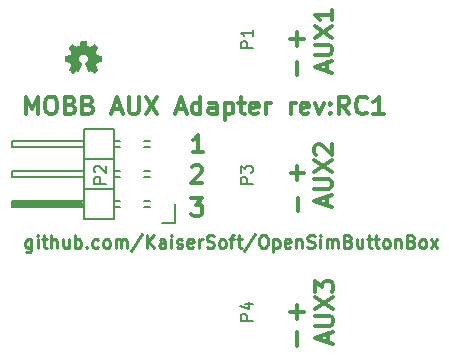
<source format=gbr>
G04 #@! TF.FileFunction,Legend,Top*
%FSLAX46Y46*%
G04 Gerber Fmt 4.6, Leading zero omitted, Abs format (unit mm)*
G04 Created by KiCad (PCBNEW 4.0.4-stable) date 12/10/16 19:05:05*
%MOMM*%
%LPD*%
G01*
G04 APERTURE LIST*
%ADD10C,0.100000*%
%ADD11C,0.275000*%
%ADD12C,0.300000*%
%ADD13C,0.150000*%
%ADD14C,0.002540*%
G04 APERTURE END LIST*
D10*
D11*
X232733333Y-145964286D02*
X232733333Y-146854762D01*
X232680952Y-146959524D01*
X232628571Y-147011905D01*
X232523810Y-147064286D01*
X232366667Y-147064286D01*
X232261905Y-147011905D01*
X232733333Y-146645238D02*
X232628571Y-146697619D01*
X232419048Y-146697619D01*
X232314286Y-146645238D01*
X232261905Y-146592857D01*
X232209524Y-146488095D01*
X232209524Y-146173810D01*
X232261905Y-146069048D01*
X232314286Y-146016667D01*
X232419048Y-145964286D01*
X232628571Y-145964286D01*
X232733333Y-146016667D01*
X233257143Y-146697619D02*
X233257143Y-145964286D01*
X233257143Y-145597619D02*
X233204762Y-145650000D01*
X233257143Y-145702381D01*
X233309524Y-145650000D01*
X233257143Y-145597619D01*
X233257143Y-145702381D01*
X233623810Y-145964286D02*
X234042858Y-145964286D01*
X233780953Y-145597619D02*
X233780953Y-146540476D01*
X233833334Y-146645238D01*
X233938096Y-146697619D01*
X234042858Y-146697619D01*
X234409524Y-146697619D02*
X234409524Y-145597619D01*
X234880952Y-146697619D02*
X234880952Y-146121429D01*
X234828571Y-146016667D01*
X234723809Y-145964286D01*
X234566667Y-145964286D01*
X234461905Y-146016667D01*
X234409524Y-146069048D01*
X235876190Y-145964286D02*
X235876190Y-146697619D01*
X235404762Y-145964286D02*
X235404762Y-146540476D01*
X235457143Y-146645238D01*
X235561905Y-146697619D01*
X235719047Y-146697619D01*
X235823809Y-146645238D01*
X235876190Y-146592857D01*
X236400000Y-146697619D02*
X236400000Y-145597619D01*
X236400000Y-146016667D02*
X236504762Y-145964286D01*
X236714285Y-145964286D01*
X236819047Y-146016667D01*
X236871428Y-146069048D01*
X236923809Y-146173810D01*
X236923809Y-146488095D01*
X236871428Y-146592857D01*
X236819047Y-146645238D01*
X236714285Y-146697619D01*
X236504762Y-146697619D01*
X236400000Y-146645238D01*
X237395238Y-146592857D02*
X237447619Y-146645238D01*
X237395238Y-146697619D01*
X237342857Y-146645238D01*
X237395238Y-146592857D01*
X237395238Y-146697619D01*
X238390476Y-146645238D02*
X238285714Y-146697619D01*
X238076191Y-146697619D01*
X237971429Y-146645238D01*
X237919048Y-146592857D01*
X237866667Y-146488095D01*
X237866667Y-146173810D01*
X237919048Y-146069048D01*
X237971429Y-146016667D01*
X238076191Y-145964286D01*
X238285714Y-145964286D01*
X238390476Y-146016667D01*
X239019048Y-146697619D02*
X238914286Y-146645238D01*
X238861905Y-146592857D01*
X238809524Y-146488095D01*
X238809524Y-146173810D01*
X238861905Y-146069048D01*
X238914286Y-146016667D01*
X239019048Y-145964286D01*
X239176190Y-145964286D01*
X239280952Y-146016667D01*
X239333333Y-146069048D01*
X239385714Y-146173810D01*
X239385714Y-146488095D01*
X239333333Y-146592857D01*
X239280952Y-146645238D01*
X239176190Y-146697619D01*
X239019048Y-146697619D01*
X239857143Y-146697619D02*
X239857143Y-145964286D01*
X239857143Y-146069048D02*
X239909524Y-146016667D01*
X240014286Y-145964286D01*
X240171428Y-145964286D01*
X240276190Y-146016667D01*
X240328571Y-146121429D01*
X240328571Y-146697619D01*
X240328571Y-146121429D02*
X240380952Y-146016667D01*
X240485714Y-145964286D01*
X240642857Y-145964286D01*
X240747619Y-146016667D01*
X240800000Y-146121429D01*
X240800000Y-146697619D01*
X242109524Y-145545238D02*
X241166667Y-146959524D01*
X242476191Y-146697619D02*
X242476191Y-145597619D01*
X243104762Y-146697619D02*
X242633334Y-146069048D01*
X243104762Y-145597619D02*
X242476191Y-146226190D01*
X244047619Y-146697619D02*
X244047619Y-146121429D01*
X243995238Y-146016667D01*
X243890476Y-145964286D01*
X243680953Y-145964286D01*
X243576191Y-146016667D01*
X244047619Y-146645238D02*
X243942857Y-146697619D01*
X243680953Y-146697619D01*
X243576191Y-146645238D01*
X243523810Y-146540476D01*
X243523810Y-146435714D01*
X243576191Y-146330952D01*
X243680953Y-146278571D01*
X243942857Y-146278571D01*
X244047619Y-146226190D01*
X244571429Y-146697619D02*
X244571429Y-145964286D01*
X244571429Y-145597619D02*
X244519048Y-145650000D01*
X244571429Y-145702381D01*
X244623810Y-145650000D01*
X244571429Y-145597619D01*
X244571429Y-145702381D01*
X245042858Y-146645238D02*
X245147620Y-146697619D01*
X245357144Y-146697619D01*
X245461905Y-146645238D01*
X245514286Y-146540476D01*
X245514286Y-146488095D01*
X245461905Y-146383333D01*
X245357144Y-146330952D01*
X245200001Y-146330952D01*
X245095239Y-146278571D01*
X245042858Y-146173810D01*
X245042858Y-146121429D01*
X245095239Y-146016667D01*
X245200001Y-145964286D01*
X245357144Y-145964286D01*
X245461905Y-146016667D01*
X246404762Y-146645238D02*
X246300000Y-146697619D01*
X246090477Y-146697619D01*
X245985715Y-146645238D01*
X245933334Y-146540476D01*
X245933334Y-146121429D01*
X245985715Y-146016667D01*
X246090477Y-145964286D01*
X246300000Y-145964286D01*
X246404762Y-146016667D01*
X246457143Y-146121429D01*
X246457143Y-146226190D01*
X245933334Y-146330952D01*
X246928572Y-146697619D02*
X246928572Y-145964286D01*
X246928572Y-146173810D02*
X246980953Y-146069048D01*
X247033334Y-146016667D01*
X247138096Y-145964286D01*
X247242857Y-145964286D01*
X247557143Y-146645238D02*
X247714286Y-146697619D01*
X247976190Y-146697619D01*
X248080952Y-146645238D01*
X248133333Y-146592857D01*
X248185714Y-146488095D01*
X248185714Y-146383333D01*
X248133333Y-146278571D01*
X248080952Y-146226190D01*
X247976190Y-146173810D01*
X247766667Y-146121429D01*
X247661905Y-146069048D01*
X247609524Y-146016667D01*
X247557143Y-145911905D01*
X247557143Y-145807143D01*
X247609524Y-145702381D01*
X247661905Y-145650000D01*
X247766667Y-145597619D01*
X248028571Y-145597619D01*
X248185714Y-145650000D01*
X248814286Y-146697619D02*
X248709524Y-146645238D01*
X248657143Y-146592857D01*
X248604762Y-146488095D01*
X248604762Y-146173810D01*
X248657143Y-146069048D01*
X248709524Y-146016667D01*
X248814286Y-145964286D01*
X248971428Y-145964286D01*
X249076190Y-146016667D01*
X249128571Y-146069048D01*
X249180952Y-146173810D01*
X249180952Y-146488095D01*
X249128571Y-146592857D01*
X249076190Y-146645238D01*
X248971428Y-146697619D01*
X248814286Y-146697619D01*
X249495238Y-145964286D02*
X249914286Y-145964286D01*
X249652381Y-146697619D02*
X249652381Y-145754762D01*
X249704762Y-145650000D01*
X249809524Y-145597619D01*
X249914286Y-145597619D01*
X250123809Y-145964286D02*
X250542857Y-145964286D01*
X250280952Y-145597619D02*
X250280952Y-146540476D01*
X250333333Y-146645238D01*
X250438095Y-146697619D01*
X250542857Y-146697619D01*
X251695237Y-145545238D02*
X250752380Y-146959524D01*
X252271428Y-145597619D02*
X252480951Y-145597619D01*
X252585713Y-145650000D01*
X252690475Y-145754762D01*
X252742856Y-145964286D01*
X252742856Y-146330952D01*
X252690475Y-146540476D01*
X252585713Y-146645238D01*
X252480951Y-146697619D01*
X252271428Y-146697619D01*
X252166666Y-146645238D01*
X252061904Y-146540476D01*
X252009523Y-146330952D01*
X252009523Y-145964286D01*
X252061904Y-145754762D01*
X252166666Y-145650000D01*
X252271428Y-145597619D01*
X253214285Y-145964286D02*
X253214285Y-147064286D01*
X253214285Y-146016667D02*
X253319047Y-145964286D01*
X253528570Y-145964286D01*
X253633332Y-146016667D01*
X253685713Y-146069048D01*
X253738094Y-146173810D01*
X253738094Y-146488095D01*
X253685713Y-146592857D01*
X253633332Y-146645238D01*
X253528570Y-146697619D01*
X253319047Y-146697619D01*
X253214285Y-146645238D01*
X254628570Y-146645238D02*
X254523808Y-146697619D01*
X254314285Y-146697619D01*
X254209523Y-146645238D01*
X254157142Y-146540476D01*
X254157142Y-146121429D01*
X254209523Y-146016667D01*
X254314285Y-145964286D01*
X254523808Y-145964286D01*
X254628570Y-146016667D01*
X254680951Y-146121429D01*
X254680951Y-146226190D01*
X254157142Y-146330952D01*
X255152380Y-145964286D02*
X255152380Y-146697619D01*
X255152380Y-146069048D02*
X255204761Y-146016667D01*
X255309523Y-145964286D01*
X255466665Y-145964286D01*
X255571427Y-146016667D01*
X255623808Y-146121429D01*
X255623808Y-146697619D01*
X256095237Y-146645238D02*
X256252380Y-146697619D01*
X256514284Y-146697619D01*
X256619046Y-146645238D01*
X256671427Y-146592857D01*
X256723808Y-146488095D01*
X256723808Y-146383333D01*
X256671427Y-146278571D01*
X256619046Y-146226190D01*
X256514284Y-146173810D01*
X256304761Y-146121429D01*
X256199999Y-146069048D01*
X256147618Y-146016667D01*
X256095237Y-145911905D01*
X256095237Y-145807143D01*
X256147618Y-145702381D01*
X256199999Y-145650000D01*
X256304761Y-145597619D01*
X256566665Y-145597619D01*
X256723808Y-145650000D01*
X257195237Y-146697619D02*
X257195237Y-145964286D01*
X257195237Y-145597619D02*
X257142856Y-145650000D01*
X257195237Y-145702381D01*
X257247618Y-145650000D01*
X257195237Y-145597619D01*
X257195237Y-145702381D01*
X257719047Y-146697619D02*
X257719047Y-145964286D01*
X257719047Y-146069048D02*
X257771428Y-146016667D01*
X257876190Y-145964286D01*
X258033332Y-145964286D01*
X258138094Y-146016667D01*
X258190475Y-146121429D01*
X258190475Y-146697619D01*
X258190475Y-146121429D02*
X258242856Y-146016667D01*
X258347618Y-145964286D01*
X258504761Y-145964286D01*
X258609523Y-146016667D01*
X258661904Y-146121429D01*
X258661904Y-146697619D01*
X259552380Y-146121429D02*
X259709523Y-146173810D01*
X259761904Y-146226190D01*
X259814285Y-146330952D01*
X259814285Y-146488095D01*
X259761904Y-146592857D01*
X259709523Y-146645238D01*
X259604761Y-146697619D01*
X259185714Y-146697619D01*
X259185714Y-145597619D01*
X259552380Y-145597619D01*
X259657142Y-145650000D01*
X259709523Y-145702381D01*
X259761904Y-145807143D01*
X259761904Y-145911905D01*
X259709523Y-146016667D01*
X259657142Y-146069048D01*
X259552380Y-146121429D01*
X259185714Y-146121429D01*
X260757142Y-145964286D02*
X260757142Y-146697619D01*
X260285714Y-145964286D02*
X260285714Y-146540476D01*
X260338095Y-146645238D01*
X260442857Y-146697619D01*
X260599999Y-146697619D01*
X260704761Y-146645238D01*
X260757142Y-146592857D01*
X261123809Y-145964286D02*
X261542857Y-145964286D01*
X261280952Y-145597619D02*
X261280952Y-146540476D01*
X261333333Y-146645238D01*
X261438095Y-146697619D01*
X261542857Y-146697619D01*
X261752380Y-145964286D02*
X262171428Y-145964286D01*
X261909523Y-145597619D02*
X261909523Y-146540476D01*
X261961904Y-146645238D01*
X262066666Y-146697619D01*
X262171428Y-146697619D01*
X262695237Y-146697619D02*
X262590475Y-146645238D01*
X262538094Y-146592857D01*
X262485713Y-146488095D01*
X262485713Y-146173810D01*
X262538094Y-146069048D01*
X262590475Y-146016667D01*
X262695237Y-145964286D01*
X262852379Y-145964286D01*
X262957141Y-146016667D01*
X263009522Y-146069048D01*
X263061903Y-146173810D01*
X263061903Y-146488095D01*
X263009522Y-146592857D01*
X262957141Y-146645238D01*
X262852379Y-146697619D01*
X262695237Y-146697619D01*
X263533332Y-145964286D02*
X263533332Y-146697619D01*
X263533332Y-146069048D02*
X263585713Y-146016667D01*
X263690475Y-145964286D01*
X263847617Y-145964286D01*
X263952379Y-146016667D01*
X264004760Y-146121429D01*
X264004760Y-146697619D01*
X264895236Y-146121429D02*
X265052379Y-146173810D01*
X265104760Y-146226190D01*
X265157141Y-146330952D01*
X265157141Y-146488095D01*
X265104760Y-146592857D01*
X265052379Y-146645238D01*
X264947617Y-146697619D01*
X264528570Y-146697619D01*
X264528570Y-145597619D01*
X264895236Y-145597619D01*
X264999998Y-145650000D01*
X265052379Y-145702381D01*
X265104760Y-145807143D01*
X265104760Y-145911905D01*
X265052379Y-146016667D01*
X264999998Y-146069048D01*
X264895236Y-146121429D01*
X264528570Y-146121429D01*
X265785713Y-146697619D02*
X265680951Y-146645238D01*
X265628570Y-146592857D01*
X265576189Y-146488095D01*
X265576189Y-146173810D01*
X265628570Y-146069048D01*
X265680951Y-146016667D01*
X265785713Y-145964286D01*
X265942855Y-145964286D01*
X266047617Y-146016667D01*
X266099998Y-146069048D01*
X266152379Y-146173810D01*
X266152379Y-146488095D01*
X266099998Y-146592857D01*
X266047617Y-146645238D01*
X265942855Y-146697619D01*
X265785713Y-146697619D01*
X266519046Y-146697619D02*
X267095236Y-145964286D01*
X266519046Y-145964286D02*
X267095236Y-146697619D01*
D12*
X232257143Y-135378571D02*
X232257143Y-133878571D01*
X232757143Y-134950000D01*
X233257143Y-133878571D01*
X233257143Y-135378571D01*
X234257143Y-133878571D02*
X234542857Y-133878571D01*
X234685715Y-133950000D01*
X234828572Y-134092857D01*
X234900000Y-134378571D01*
X234900000Y-134878571D01*
X234828572Y-135164286D01*
X234685715Y-135307143D01*
X234542857Y-135378571D01*
X234257143Y-135378571D01*
X234114286Y-135307143D01*
X233971429Y-135164286D01*
X233900000Y-134878571D01*
X233900000Y-134378571D01*
X233971429Y-134092857D01*
X234114286Y-133950000D01*
X234257143Y-133878571D01*
X236042858Y-134592857D02*
X236257144Y-134664286D01*
X236328572Y-134735714D01*
X236400001Y-134878571D01*
X236400001Y-135092857D01*
X236328572Y-135235714D01*
X236257144Y-135307143D01*
X236114286Y-135378571D01*
X235542858Y-135378571D01*
X235542858Y-133878571D01*
X236042858Y-133878571D01*
X236185715Y-133950000D01*
X236257144Y-134021429D01*
X236328572Y-134164286D01*
X236328572Y-134307143D01*
X236257144Y-134450000D01*
X236185715Y-134521429D01*
X236042858Y-134592857D01*
X235542858Y-134592857D01*
X237542858Y-134592857D02*
X237757144Y-134664286D01*
X237828572Y-134735714D01*
X237900001Y-134878571D01*
X237900001Y-135092857D01*
X237828572Y-135235714D01*
X237757144Y-135307143D01*
X237614286Y-135378571D01*
X237042858Y-135378571D01*
X237042858Y-133878571D01*
X237542858Y-133878571D01*
X237685715Y-133950000D01*
X237757144Y-134021429D01*
X237828572Y-134164286D01*
X237828572Y-134307143D01*
X237757144Y-134450000D01*
X237685715Y-134521429D01*
X237542858Y-134592857D01*
X237042858Y-134592857D01*
X239614286Y-134950000D02*
X240328572Y-134950000D01*
X239471429Y-135378571D02*
X239971429Y-133878571D01*
X240471429Y-135378571D01*
X240971429Y-133878571D02*
X240971429Y-135092857D01*
X241042857Y-135235714D01*
X241114286Y-135307143D01*
X241257143Y-135378571D01*
X241542857Y-135378571D01*
X241685715Y-135307143D01*
X241757143Y-135235714D01*
X241828572Y-135092857D01*
X241828572Y-133878571D01*
X242400001Y-133878571D02*
X243400001Y-135378571D01*
X243400001Y-133878571D02*
X242400001Y-135378571D01*
X245042857Y-134950000D02*
X245757143Y-134950000D01*
X244900000Y-135378571D02*
X245400000Y-133878571D01*
X245900000Y-135378571D01*
X247042857Y-135378571D02*
X247042857Y-133878571D01*
X247042857Y-135307143D02*
X246900000Y-135378571D01*
X246614286Y-135378571D01*
X246471428Y-135307143D01*
X246400000Y-135235714D01*
X246328571Y-135092857D01*
X246328571Y-134664286D01*
X246400000Y-134521429D01*
X246471428Y-134450000D01*
X246614286Y-134378571D01*
X246900000Y-134378571D01*
X247042857Y-134450000D01*
X248400000Y-135378571D02*
X248400000Y-134592857D01*
X248328571Y-134450000D01*
X248185714Y-134378571D01*
X247900000Y-134378571D01*
X247757143Y-134450000D01*
X248400000Y-135307143D02*
X248257143Y-135378571D01*
X247900000Y-135378571D01*
X247757143Y-135307143D01*
X247685714Y-135164286D01*
X247685714Y-135021429D01*
X247757143Y-134878571D01*
X247900000Y-134807143D01*
X248257143Y-134807143D01*
X248400000Y-134735714D01*
X249114286Y-134378571D02*
X249114286Y-135878571D01*
X249114286Y-134450000D02*
X249257143Y-134378571D01*
X249542857Y-134378571D01*
X249685714Y-134450000D01*
X249757143Y-134521429D01*
X249828572Y-134664286D01*
X249828572Y-135092857D01*
X249757143Y-135235714D01*
X249685714Y-135307143D01*
X249542857Y-135378571D01*
X249257143Y-135378571D01*
X249114286Y-135307143D01*
X250257143Y-134378571D02*
X250828572Y-134378571D01*
X250471429Y-133878571D02*
X250471429Y-135164286D01*
X250542857Y-135307143D01*
X250685715Y-135378571D01*
X250828572Y-135378571D01*
X251900000Y-135307143D02*
X251757143Y-135378571D01*
X251471429Y-135378571D01*
X251328572Y-135307143D01*
X251257143Y-135164286D01*
X251257143Y-134592857D01*
X251328572Y-134450000D01*
X251471429Y-134378571D01*
X251757143Y-134378571D01*
X251900000Y-134450000D01*
X251971429Y-134592857D01*
X251971429Y-134735714D01*
X251257143Y-134878571D01*
X252614286Y-135378571D02*
X252614286Y-134378571D01*
X252614286Y-134664286D02*
X252685714Y-134521429D01*
X252757143Y-134450000D01*
X252900000Y-134378571D01*
X253042857Y-134378571D01*
X254685714Y-135378571D02*
X254685714Y-134378571D01*
X254685714Y-134664286D02*
X254757142Y-134521429D01*
X254828571Y-134450000D01*
X254971428Y-134378571D01*
X255114285Y-134378571D01*
X256185713Y-135307143D02*
X256042856Y-135378571D01*
X255757142Y-135378571D01*
X255614285Y-135307143D01*
X255542856Y-135164286D01*
X255542856Y-134592857D01*
X255614285Y-134450000D01*
X255757142Y-134378571D01*
X256042856Y-134378571D01*
X256185713Y-134450000D01*
X256257142Y-134592857D01*
X256257142Y-134735714D01*
X255542856Y-134878571D01*
X256757142Y-134378571D02*
X257114285Y-135378571D01*
X257471427Y-134378571D01*
X258042856Y-135235714D02*
X258114284Y-135307143D01*
X258042856Y-135378571D01*
X257971427Y-135307143D01*
X258042856Y-135235714D01*
X258042856Y-135378571D01*
X258042856Y-134450000D02*
X258114284Y-134521429D01*
X258042856Y-134592857D01*
X257971427Y-134521429D01*
X258042856Y-134450000D01*
X258042856Y-134592857D01*
X259614285Y-135378571D02*
X259114285Y-134664286D01*
X258757142Y-135378571D02*
X258757142Y-133878571D01*
X259328570Y-133878571D01*
X259471428Y-133950000D01*
X259542856Y-134021429D01*
X259614285Y-134164286D01*
X259614285Y-134378571D01*
X259542856Y-134521429D01*
X259471428Y-134592857D01*
X259328570Y-134664286D01*
X258757142Y-134664286D01*
X261114285Y-135235714D02*
X261042856Y-135307143D01*
X260828570Y-135378571D01*
X260685713Y-135378571D01*
X260471428Y-135307143D01*
X260328570Y-135164286D01*
X260257142Y-135021429D01*
X260185713Y-134735714D01*
X260185713Y-134521429D01*
X260257142Y-134235714D01*
X260328570Y-134092857D01*
X260471428Y-133950000D01*
X260685713Y-133878571D01*
X260828570Y-133878571D01*
X261042856Y-133950000D01*
X261114285Y-134021429D01*
X262542856Y-135378571D02*
X261685713Y-135378571D01*
X262114285Y-135378571D02*
X262114285Y-133878571D01*
X261971428Y-134092857D01*
X261828570Y-134235714D01*
X261685713Y-134307143D01*
X257850000Y-154646428D02*
X257850000Y-153932142D01*
X258278571Y-154789285D02*
X256778571Y-154289285D01*
X258278571Y-153789285D01*
X256778571Y-153289285D02*
X257992857Y-153289285D01*
X258135714Y-153217857D01*
X258207143Y-153146428D01*
X258278571Y-153003571D01*
X258278571Y-152717857D01*
X258207143Y-152574999D01*
X258135714Y-152503571D01*
X257992857Y-152432142D01*
X256778571Y-152432142D01*
X256778571Y-151860713D02*
X258278571Y-150860713D01*
X256778571Y-150860713D02*
X258278571Y-151860713D01*
X256778571Y-150432142D02*
X256778571Y-149503571D01*
X257350000Y-150003571D01*
X257350000Y-149789285D01*
X257421429Y-149646428D01*
X257492857Y-149574999D01*
X257635714Y-149503571D01*
X257992857Y-149503571D01*
X258135714Y-149574999D01*
X258207143Y-149646428D01*
X258278571Y-149789285D01*
X258278571Y-150217857D01*
X258207143Y-150360714D01*
X258135714Y-150432142D01*
X254628572Y-129007143D02*
X255771429Y-129007143D01*
X255200000Y-129578571D02*
X255200000Y-128435714D01*
X255207143Y-132071428D02*
X255207143Y-130928571D01*
X255207143Y-154971428D02*
X255207143Y-153828571D01*
X254628572Y-152107143D02*
X255771429Y-152107143D01*
X255200000Y-152678571D02*
X255200000Y-151535714D01*
X255307143Y-143571428D02*
X255307143Y-142428571D01*
X254678572Y-140357143D02*
X255821429Y-140357143D01*
X255250000Y-140928571D02*
X255250000Y-139785714D01*
X257775000Y-131696428D02*
X257775000Y-130982142D01*
X258203571Y-131839285D02*
X256703571Y-131339285D01*
X258203571Y-130839285D01*
X256703571Y-130339285D02*
X257917857Y-130339285D01*
X258060714Y-130267857D01*
X258132143Y-130196428D01*
X258203571Y-130053571D01*
X258203571Y-129767857D01*
X258132143Y-129624999D01*
X258060714Y-129553571D01*
X257917857Y-129482142D01*
X256703571Y-129482142D01*
X256703571Y-128910713D02*
X258203571Y-127910713D01*
X256703571Y-127910713D02*
X258203571Y-128910713D01*
X258203571Y-126553571D02*
X258203571Y-127410714D01*
X258203571Y-126982142D02*
X256703571Y-126982142D01*
X256917857Y-127124999D01*
X257060714Y-127267857D01*
X257132143Y-127410714D01*
X257750000Y-143071428D02*
X257750000Y-142357142D01*
X258178571Y-143214285D02*
X256678571Y-142714285D01*
X258178571Y-142214285D01*
X256678571Y-141714285D02*
X257892857Y-141714285D01*
X258035714Y-141642857D01*
X258107143Y-141571428D01*
X258178571Y-141428571D01*
X258178571Y-141142857D01*
X258107143Y-140999999D01*
X258035714Y-140928571D01*
X257892857Y-140857142D01*
X256678571Y-140857142D01*
X256678571Y-140285713D02*
X258178571Y-139285713D01*
X256678571Y-139285713D02*
X258178571Y-140285713D01*
X256821429Y-138785714D02*
X256750000Y-138714285D01*
X256678571Y-138571428D01*
X256678571Y-138214285D01*
X256750000Y-138071428D01*
X256821429Y-137999999D01*
X256964286Y-137928571D01*
X257107143Y-137928571D01*
X257321429Y-137999999D01*
X258178571Y-138857142D01*
X258178571Y-137928571D01*
X246275001Y-142453571D02*
X247203572Y-142453571D01*
X246703572Y-143025000D01*
X246917858Y-143025000D01*
X247060715Y-143096429D01*
X247132144Y-143167857D01*
X247203572Y-143310714D01*
X247203572Y-143667857D01*
X247132144Y-143810714D01*
X247060715Y-143882143D01*
X246917858Y-143953571D01*
X246489286Y-143953571D01*
X246346429Y-143882143D01*
X246275001Y-143810714D01*
X246321429Y-139821429D02*
X246392858Y-139750000D01*
X246535715Y-139678571D01*
X246892858Y-139678571D01*
X247035715Y-139750000D01*
X247107144Y-139821429D01*
X247178572Y-139964286D01*
X247178572Y-140107143D01*
X247107144Y-140321429D01*
X246250001Y-141178571D01*
X247178572Y-141178571D01*
X247253572Y-138603571D02*
X246396429Y-138603571D01*
X246825001Y-138603571D02*
X246825001Y-137103571D01*
X246682144Y-137317857D01*
X246539286Y-137460714D01*
X246396429Y-137532143D01*
D13*
X242226000Y-137666000D02*
X242734000Y-137666000D01*
X242226000Y-138174000D02*
X242734000Y-138174000D01*
X242226000Y-140206000D02*
X242734000Y-140206000D01*
X242226000Y-140714000D02*
X242734000Y-140714000D01*
X242226000Y-142746000D02*
X242734000Y-142746000D01*
X242226000Y-143254000D02*
X242734000Y-143254000D01*
X239686000Y-140714000D02*
X240194000Y-140714000D01*
X239686000Y-140206000D02*
X240194000Y-140206000D01*
X239686000Y-138174000D02*
X240194000Y-138174000D01*
X239686000Y-137666000D02*
X240194000Y-137666000D01*
X239686000Y-143254000D02*
X240194000Y-143254000D01*
X239686000Y-142746000D02*
X240194000Y-142746000D01*
X243750000Y-144550000D02*
X244900000Y-144550000D01*
X244900000Y-144550000D02*
X244900000Y-143000000D01*
X237146000Y-143127000D02*
X231177000Y-143127000D01*
X231177000Y-143127000D02*
X231177000Y-142873000D01*
X231177000Y-142873000D02*
X237019000Y-142873000D01*
X237019000Y-142873000D02*
X237019000Y-143000000D01*
X237019000Y-143000000D02*
X231177000Y-143000000D01*
X239686000Y-141730000D02*
X239686000Y-139190000D01*
X239686000Y-139190000D02*
X237146000Y-139190000D01*
X237146000Y-140714000D02*
X231050000Y-140714000D01*
X231050000Y-140714000D02*
X231050000Y-140206000D01*
X231050000Y-140206000D02*
X237146000Y-140206000D01*
X237146000Y-139190000D02*
X237146000Y-141730000D01*
X239686000Y-136650000D02*
X237146000Y-136650000D01*
X237146000Y-136650000D02*
X237146000Y-139190000D01*
X231050000Y-137666000D02*
X237146000Y-137666000D01*
X231050000Y-138174000D02*
X231050000Y-137666000D01*
X237146000Y-138174000D02*
X231050000Y-138174000D01*
X239686000Y-136650000D02*
X237146000Y-136650000D01*
X239686000Y-139190000D02*
X239686000Y-136650000D01*
X239686000Y-139190000D02*
X237146000Y-139190000D01*
X239686000Y-141730000D02*
X237146000Y-141730000D01*
X237146000Y-141730000D02*
X237146000Y-144270000D01*
X231050000Y-142746000D02*
X237146000Y-142746000D01*
X231050000Y-143254000D02*
X231050000Y-142746000D01*
X237146000Y-143254000D02*
X231050000Y-143254000D01*
X239686000Y-141730000D02*
X237146000Y-141730000D01*
X239686000Y-144270000D02*
X239686000Y-141730000D01*
X239686000Y-144270000D02*
X237146000Y-144270000D01*
D14*
G36*
X236190680Y-131846200D02*
X236208460Y-131838580D01*
X236241480Y-131815720D01*
X236292280Y-131782700D01*
X236350700Y-131744600D01*
X236411660Y-131703960D01*
X236459920Y-131670940D01*
X236495480Y-131648080D01*
X236508180Y-131640460D01*
X236515800Y-131643000D01*
X236543740Y-131658240D01*
X236584380Y-131678560D01*
X236609780Y-131691260D01*
X236647880Y-131706500D01*
X236665660Y-131711580D01*
X236668200Y-131706500D01*
X236683440Y-131676020D01*
X236703760Y-131627760D01*
X236731700Y-131561720D01*
X236764720Y-131485520D01*
X236800280Y-131404240D01*
X236833300Y-131320420D01*
X236866320Y-131241680D01*
X236896800Y-131168020D01*
X236919660Y-131109600D01*
X236934900Y-131068960D01*
X236942520Y-131051180D01*
X236939980Y-131048640D01*
X236922200Y-131030860D01*
X236889180Y-131005460D01*
X236818060Y-130947040D01*
X236746940Y-130860680D01*
X236703760Y-130761620D01*
X236691060Y-130649860D01*
X236701220Y-130548260D01*
X236741860Y-130451740D01*
X236810440Y-130362840D01*
X236894260Y-130296800D01*
X236990780Y-130256160D01*
X237100000Y-130243460D01*
X237204140Y-130253620D01*
X237303200Y-130294260D01*
X237392100Y-130360300D01*
X237430200Y-130403480D01*
X237481000Y-130494920D01*
X237511480Y-130588900D01*
X237514020Y-130611760D01*
X237508940Y-130718440D01*
X237478460Y-130820040D01*
X237422580Y-130908940D01*
X237346380Y-130982600D01*
X237336220Y-130990220D01*
X237300660Y-131018160D01*
X237275260Y-131035940D01*
X237257480Y-131051180D01*
X237392100Y-131373760D01*
X237412420Y-131424560D01*
X237450520Y-131513460D01*
X237481000Y-131589660D01*
X237508940Y-131650620D01*
X237526720Y-131691260D01*
X237534340Y-131706500D01*
X237534340Y-131706500D01*
X237547040Y-131709040D01*
X237569900Y-131701420D01*
X237615620Y-131678560D01*
X237646100Y-131663320D01*
X237679120Y-131648080D01*
X237694360Y-131640460D01*
X237709600Y-131648080D01*
X237742620Y-131668400D01*
X237788340Y-131701420D01*
X237846760Y-131739520D01*
X237902640Y-131777620D01*
X237953440Y-131810640D01*
X237989000Y-131836040D01*
X238006780Y-131843660D01*
X238009320Y-131843660D01*
X238027100Y-131836040D01*
X238055040Y-131810640D01*
X238098220Y-131770000D01*
X238161720Y-131709040D01*
X238171880Y-131698880D01*
X238222680Y-131648080D01*
X238263320Y-131602360D01*
X238291260Y-131571880D01*
X238301420Y-131559180D01*
X238301420Y-131559180D01*
X238291260Y-131541400D01*
X238268400Y-131503300D01*
X238235380Y-131452500D01*
X238194740Y-131391540D01*
X238088060Y-131236600D01*
X238146480Y-131091820D01*
X238164260Y-131046100D01*
X238187120Y-130990220D01*
X238204900Y-130952120D01*
X238212520Y-130934340D01*
X238230300Y-130929260D01*
X238268400Y-130919100D01*
X238326820Y-130908940D01*
X238397940Y-130896240D01*
X238463980Y-130883540D01*
X238522400Y-130870840D01*
X238565580Y-130863220D01*
X238585900Y-130860680D01*
X238590980Y-130855600D01*
X238593520Y-130847980D01*
X238596060Y-130827660D01*
X238598600Y-130789560D01*
X238598600Y-130733680D01*
X238598600Y-130649860D01*
X238598600Y-130642240D01*
X238598600Y-130563500D01*
X238596060Y-130500000D01*
X238593520Y-130461900D01*
X238590980Y-130444120D01*
X238590980Y-130444120D01*
X238573200Y-130439040D01*
X238530020Y-130431420D01*
X238471600Y-130418720D01*
X238400480Y-130406020D01*
X238395400Y-130406020D01*
X238324280Y-130390780D01*
X238265860Y-130378080D01*
X238222680Y-130370460D01*
X238204900Y-130362840D01*
X238202360Y-130357760D01*
X238187120Y-130329820D01*
X238166800Y-130286640D01*
X238143940Y-130233300D01*
X238121080Y-130177420D01*
X238100760Y-130126620D01*
X238088060Y-130091060D01*
X238082980Y-130073280D01*
X238082980Y-130073280D01*
X238093140Y-130055500D01*
X238118540Y-130019940D01*
X238154100Y-129969140D01*
X238194740Y-129908180D01*
X238197280Y-129903100D01*
X238237920Y-129842140D01*
X238270940Y-129791340D01*
X238293800Y-129755780D01*
X238301420Y-129740540D01*
X238301420Y-129738000D01*
X238288720Y-129720220D01*
X238258240Y-129687200D01*
X238212520Y-129641480D01*
X238161720Y-129588140D01*
X238143940Y-129572900D01*
X238085520Y-129514480D01*
X238044880Y-129478920D01*
X238019480Y-129458600D01*
X238009320Y-129453520D01*
X238006780Y-129453520D01*
X237989000Y-129463680D01*
X237950900Y-129489080D01*
X237900100Y-129524640D01*
X237839140Y-129565280D01*
X237836600Y-129567820D01*
X237775640Y-129608460D01*
X237724840Y-129644020D01*
X237689280Y-129666880D01*
X237674040Y-129674500D01*
X237671500Y-129674500D01*
X237648640Y-129669420D01*
X237605460Y-129654180D01*
X237552120Y-129633860D01*
X237496240Y-129611000D01*
X237445440Y-129590680D01*
X237409880Y-129572900D01*
X237392100Y-129562740D01*
X237389560Y-129562740D01*
X237384480Y-129539880D01*
X237374320Y-129494160D01*
X237361620Y-129433200D01*
X237346380Y-129359540D01*
X237343840Y-129349380D01*
X237331140Y-129275720D01*
X237320980Y-129217300D01*
X237310820Y-129176660D01*
X237308280Y-129158880D01*
X237298120Y-129158880D01*
X237262560Y-129156340D01*
X237209220Y-129153800D01*
X237143180Y-129153800D01*
X237077140Y-129153800D01*
X237011100Y-129153800D01*
X236955220Y-129156340D01*
X236914580Y-129158880D01*
X236896800Y-129163960D01*
X236896800Y-129163960D01*
X236891720Y-129186820D01*
X236881560Y-129230000D01*
X236868860Y-129293500D01*
X236853620Y-129367160D01*
X236851080Y-129379860D01*
X236838380Y-129450980D01*
X236825680Y-129509400D01*
X236818060Y-129550040D01*
X236812980Y-129565280D01*
X236807900Y-129567820D01*
X236777420Y-129583060D01*
X236729160Y-129600840D01*
X236670740Y-129626240D01*
X236533580Y-129682120D01*
X236365940Y-129565280D01*
X236350700Y-129555120D01*
X236289740Y-129514480D01*
X236238940Y-129481460D01*
X236203380Y-129458600D01*
X236190680Y-129450980D01*
X236188140Y-129450980D01*
X236172900Y-129466220D01*
X236139880Y-129496700D01*
X236094160Y-129542420D01*
X236040820Y-129593220D01*
X236000180Y-129633860D01*
X235954460Y-129679580D01*
X235926520Y-129712600D01*
X235908740Y-129732920D01*
X235903660Y-129745620D01*
X235906200Y-129753240D01*
X235916360Y-129771020D01*
X235941760Y-129806580D01*
X235974780Y-129859920D01*
X236015420Y-129918340D01*
X236050980Y-129969140D01*
X236086540Y-130025020D01*
X236109400Y-130065660D01*
X236119560Y-130083440D01*
X236117020Y-130093600D01*
X236104320Y-130126620D01*
X236084000Y-130174880D01*
X236058600Y-130235840D01*
X236000180Y-130367920D01*
X235913820Y-130385700D01*
X235860480Y-130395860D01*
X235786820Y-130408560D01*
X235715700Y-130423800D01*
X235603940Y-130444120D01*
X235601400Y-130847980D01*
X235619180Y-130855600D01*
X235634420Y-130860680D01*
X235675060Y-130870840D01*
X235733480Y-130881000D01*
X235802060Y-130893700D01*
X235863020Y-130906400D01*
X235921440Y-130916560D01*
X235964620Y-130924180D01*
X235982400Y-130929260D01*
X235987480Y-130934340D01*
X236002720Y-130964820D01*
X236023040Y-131010540D01*
X236045900Y-131063880D01*
X236071300Y-131122300D01*
X236091620Y-131173100D01*
X236106860Y-131213740D01*
X236111940Y-131234060D01*
X236104320Y-131249300D01*
X236081460Y-131284860D01*
X236048440Y-131335660D01*
X236007800Y-131394080D01*
X235967160Y-131452500D01*
X235934140Y-131503300D01*
X235908740Y-131538860D01*
X235901120Y-131556640D01*
X235906200Y-131566800D01*
X235929060Y-131594740D01*
X235972240Y-131640460D01*
X236038280Y-131706500D01*
X236050980Y-131716660D01*
X236101780Y-131767460D01*
X236147500Y-131808100D01*
X236177980Y-131836040D01*
X236190680Y-131846200D01*
X236190680Y-131846200D01*
G37*
X236190680Y-131846200D02*
X236208460Y-131838580D01*
X236241480Y-131815720D01*
X236292280Y-131782700D01*
X236350700Y-131744600D01*
X236411660Y-131703960D01*
X236459920Y-131670940D01*
X236495480Y-131648080D01*
X236508180Y-131640460D01*
X236515800Y-131643000D01*
X236543740Y-131658240D01*
X236584380Y-131678560D01*
X236609780Y-131691260D01*
X236647880Y-131706500D01*
X236665660Y-131711580D01*
X236668200Y-131706500D01*
X236683440Y-131676020D01*
X236703760Y-131627760D01*
X236731700Y-131561720D01*
X236764720Y-131485520D01*
X236800280Y-131404240D01*
X236833300Y-131320420D01*
X236866320Y-131241680D01*
X236896800Y-131168020D01*
X236919660Y-131109600D01*
X236934900Y-131068960D01*
X236942520Y-131051180D01*
X236939980Y-131048640D01*
X236922200Y-131030860D01*
X236889180Y-131005460D01*
X236818060Y-130947040D01*
X236746940Y-130860680D01*
X236703760Y-130761620D01*
X236691060Y-130649860D01*
X236701220Y-130548260D01*
X236741860Y-130451740D01*
X236810440Y-130362840D01*
X236894260Y-130296800D01*
X236990780Y-130256160D01*
X237100000Y-130243460D01*
X237204140Y-130253620D01*
X237303200Y-130294260D01*
X237392100Y-130360300D01*
X237430200Y-130403480D01*
X237481000Y-130494920D01*
X237511480Y-130588900D01*
X237514020Y-130611760D01*
X237508940Y-130718440D01*
X237478460Y-130820040D01*
X237422580Y-130908940D01*
X237346380Y-130982600D01*
X237336220Y-130990220D01*
X237300660Y-131018160D01*
X237275260Y-131035940D01*
X237257480Y-131051180D01*
X237392100Y-131373760D01*
X237412420Y-131424560D01*
X237450520Y-131513460D01*
X237481000Y-131589660D01*
X237508940Y-131650620D01*
X237526720Y-131691260D01*
X237534340Y-131706500D01*
X237534340Y-131706500D01*
X237547040Y-131709040D01*
X237569900Y-131701420D01*
X237615620Y-131678560D01*
X237646100Y-131663320D01*
X237679120Y-131648080D01*
X237694360Y-131640460D01*
X237709600Y-131648080D01*
X237742620Y-131668400D01*
X237788340Y-131701420D01*
X237846760Y-131739520D01*
X237902640Y-131777620D01*
X237953440Y-131810640D01*
X237989000Y-131836040D01*
X238006780Y-131843660D01*
X238009320Y-131843660D01*
X238027100Y-131836040D01*
X238055040Y-131810640D01*
X238098220Y-131770000D01*
X238161720Y-131709040D01*
X238171880Y-131698880D01*
X238222680Y-131648080D01*
X238263320Y-131602360D01*
X238291260Y-131571880D01*
X238301420Y-131559180D01*
X238301420Y-131559180D01*
X238291260Y-131541400D01*
X238268400Y-131503300D01*
X238235380Y-131452500D01*
X238194740Y-131391540D01*
X238088060Y-131236600D01*
X238146480Y-131091820D01*
X238164260Y-131046100D01*
X238187120Y-130990220D01*
X238204900Y-130952120D01*
X238212520Y-130934340D01*
X238230300Y-130929260D01*
X238268400Y-130919100D01*
X238326820Y-130908940D01*
X238397940Y-130896240D01*
X238463980Y-130883540D01*
X238522400Y-130870840D01*
X238565580Y-130863220D01*
X238585900Y-130860680D01*
X238590980Y-130855600D01*
X238593520Y-130847980D01*
X238596060Y-130827660D01*
X238598600Y-130789560D01*
X238598600Y-130733680D01*
X238598600Y-130649860D01*
X238598600Y-130642240D01*
X238598600Y-130563500D01*
X238596060Y-130500000D01*
X238593520Y-130461900D01*
X238590980Y-130444120D01*
X238590980Y-130444120D01*
X238573200Y-130439040D01*
X238530020Y-130431420D01*
X238471600Y-130418720D01*
X238400480Y-130406020D01*
X238395400Y-130406020D01*
X238324280Y-130390780D01*
X238265860Y-130378080D01*
X238222680Y-130370460D01*
X238204900Y-130362840D01*
X238202360Y-130357760D01*
X238187120Y-130329820D01*
X238166800Y-130286640D01*
X238143940Y-130233300D01*
X238121080Y-130177420D01*
X238100760Y-130126620D01*
X238088060Y-130091060D01*
X238082980Y-130073280D01*
X238082980Y-130073280D01*
X238093140Y-130055500D01*
X238118540Y-130019940D01*
X238154100Y-129969140D01*
X238194740Y-129908180D01*
X238197280Y-129903100D01*
X238237920Y-129842140D01*
X238270940Y-129791340D01*
X238293800Y-129755780D01*
X238301420Y-129740540D01*
X238301420Y-129738000D01*
X238288720Y-129720220D01*
X238258240Y-129687200D01*
X238212520Y-129641480D01*
X238161720Y-129588140D01*
X238143940Y-129572900D01*
X238085520Y-129514480D01*
X238044880Y-129478920D01*
X238019480Y-129458600D01*
X238009320Y-129453520D01*
X238006780Y-129453520D01*
X237989000Y-129463680D01*
X237950900Y-129489080D01*
X237900100Y-129524640D01*
X237839140Y-129565280D01*
X237836600Y-129567820D01*
X237775640Y-129608460D01*
X237724840Y-129644020D01*
X237689280Y-129666880D01*
X237674040Y-129674500D01*
X237671500Y-129674500D01*
X237648640Y-129669420D01*
X237605460Y-129654180D01*
X237552120Y-129633860D01*
X237496240Y-129611000D01*
X237445440Y-129590680D01*
X237409880Y-129572900D01*
X237392100Y-129562740D01*
X237389560Y-129562740D01*
X237384480Y-129539880D01*
X237374320Y-129494160D01*
X237361620Y-129433200D01*
X237346380Y-129359540D01*
X237343840Y-129349380D01*
X237331140Y-129275720D01*
X237320980Y-129217300D01*
X237310820Y-129176660D01*
X237308280Y-129158880D01*
X237298120Y-129158880D01*
X237262560Y-129156340D01*
X237209220Y-129153800D01*
X237143180Y-129153800D01*
X237077140Y-129153800D01*
X237011100Y-129153800D01*
X236955220Y-129156340D01*
X236914580Y-129158880D01*
X236896800Y-129163960D01*
X236896800Y-129163960D01*
X236891720Y-129186820D01*
X236881560Y-129230000D01*
X236868860Y-129293500D01*
X236853620Y-129367160D01*
X236851080Y-129379860D01*
X236838380Y-129450980D01*
X236825680Y-129509400D01*
X236818060Y-129550040D01*
X236812980Y-129565280D01*
X236807900Y-129567820D01*
X236777420Y-129583060D01*
X236729160Y-129600840D01*
X236670740Y-129626240D01*
X236533580Y-129682120D01*
X236365940Y-129565280D01*
X236350700Y-129555120D01*
X236289740Y-129514480D01*
X236238940Y-129481460D01*
X236203380Y-129458600D01*
X236190680Y-129450980D01*
X236188140Y-129450980D01*
X236172900Y-129466220D01*
X236139880Y-129496700D01*
X236094160Y-129542420D01*
X236040820Y-129593220D01*
X236000180Y-129633860D01*
X235954460Y-129679580D01*
X235926520Y-129712600D01*
X235908740Y-129732920D01*
X235903660Y-129745620D01*
X235906200Y-129753240D01*
X235916360Y-129771020D01*
X235941760Y-129806580D01*
X235974780Y-129859920D01*
X236015420Y-129918340D01*
X236050980Y-129969140D01*
X236086540Y-130025020D01*
X236109400Y-130065660D01*
X236119560Y-130083440D01*
X236117020Y-130093600D01*
X236104320Y-130126620D01*
X236084000Y-130174880D01*
X236058600Y-130235840D01*
X236000180Y-130367920D01*
X235913820Y-130385700D01*
X235860480Y-130395860D01*
X235786820Y-130408560D01*
X235715700Y-130423800D01*
X235603940Y-130444120D01*
X235601400Y-130847980D01*
X235619180Y-130855600D01*
X235634420Y-130860680D01*
X235675060Y-130870840D01*
X235733480Y-130881000D01*
X235802060Y-130893700D01*
X235863020Y-130906400D01*
X235921440Y-130916560D01*
X235964620Y-130924180D01*
X235982400Y-130929260D01*
X235987480Y-130934340D01*
X236002720Y-130964820D01*
X236023040Y-131010540D01*
X236045900Y-131063880D01*
X236071300Y-131122300D01*
X236091620Y-131173100D01*
X236106860Y-131213740D01*
X236111940Y-131234060D01*
X236104320Y-131249300D01*
X236081460Y-131284860D01*
X236048440Y-131335660D01*
X236007800Y-131394080D01*
X235967160Y-131452500D01*
X235934140Y-131503300D01*
X235908740Y-131538860D01*
X235901120Y-131556640D01*
X235906200Y-131566800D01*
X235929060Y-131594740D01*
X235972240Y-131640460D01*
X236038280Y-131706500D01*
X236050980Y-131716660D01*
X236101780Y-131767460D01*
X236147500Y-131808100D01*
X236177980Y-131836040D01*
X236190680Y-131846200D01*
D13*
X251452381Y-129738095D02*
X250452381Y-129738095D01*
X250452381Y-129357142D01*
X250500000Y-129261904D01*
X250547619Y-129214285D01*
X250642857Y-129166666D01*
X250785714Y-129166666D01*
X250880952Y-129214285D01*
X250928571Y-129261904D01*
X250976190Y-129357142D01*
X250976190Y-129738095D01*
X251452381Y-128214285D02*
X251452381Y-128785714D01*
X251452381Y-128500000D02*
X250452381Y-128500000D01*
X250595238Y-128595238D01*
X250690476Y-128690476D01*
X250738095Y-128785714D01*
X239052381Y-141238095D02*
X238052381Y-141238095D01*
X238052381Y-140857142D01*
X238100000Y-140761904D01*
X238147619Y-140714285D01*
X238242857Y-140666666D01*
X238385714Y-140666666D01*
X238480952Y-140714285D01*
X238528571Y-140761904D01*
X238576190Y-140857142D01*
X238576190Y-141238095D01*
X238147619Y-140285714D02*
X238100000Y-140238095D01*
X238052381Y-140142857D01*
X238052381Y-139904761D01*
X238100000Y-139809523D01*
X238147619Y-139761904D01*
X238242857Y-139714285D01*
X238338095Y-139714285D01*
X238480952Y-139761904D01*
X239052381Y-140333333D01*
X239052381Y-139714285D01*
X251452381Y-141238095D02*
X250452381Y-141238095D01*
X250452381Y-140857142D01*
X250500000Y-140761904D01*
X250547619Y-140714285D01*
X250642857Y-140666666D01*
X250785714Y-140666666D01*
X250880952Y-140714285D01*
X250928571Y-140761904D01*
X250976190Y-140857142D01*
X250976190Y-141238095D01*
X250452381Y-140333333D02*
X250452381Y-139714285D01*
X250833333Y-140047619D01*
X250833333Y-139904761D01*
X250880952Y-139809523D01*
X250928571Y-139761904D01*
X251023810Y-139714285D01*
X251261905Y-139714285D01*
X251357143Y-139761904D01*
X251404762Y-139809523D01*
X251452381Y-139904761D01*
X251452381Y-140190476D01*
X251404762Y-140285714D01*
X251357143Y-140333333D01*
X251452381Y-152838095D02*
X250452381Y-152838095D01*
X250452381Y-152457142D01*
X250500000Y-152361904D01*
X250547619Y-152314285D01*
X250642857Y-152266666D01*
X250785714Y-152266666D01*
X250880952Y-152314285D01*
X250928571Y-152361904D01*
X250976190Y-152457142D01*
X250976190Y-152838095D01*
X250785714Y-151409523D02*
X251452381Y-151409523D01*
X250404762Y-151647619D02*
X251119048Y-151885714D01*
X251119048Y-151266666D01*
M02*

</source>
